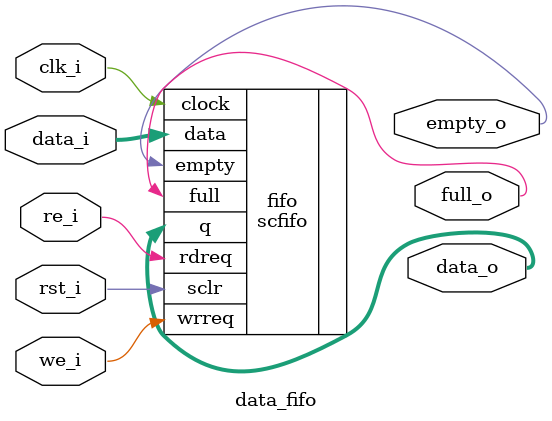
<source format=v>
module data_fifo #(
  parameter N   =1024
)(
  input         clk_i           ,
  input         rst_i           ,
  input  [32:0] data_i          ,
  output [32:0] data_o          ,
  input         re_i            ,
  input         we_i            ,
  output        empty_o         ,
  output        full_o
);
scfifo #(
  .lpm_numwords           (N             ),
  .add_ram_output_register("OFF"         ),
  .intended_device_family ("Cyclone IV E"),
  .lpm_showahead          ("OFF"         ),
  .lpm_type               ("scfifo"      ),
  .lpm_width              (33            ),
  .overflow_checking      ("OFF"         ),
  .underflow_checking     ("OFF"         ),
  .use_eab                ("ON"          )
)fifo(
  .clock       (clk_i           ),
  .sclr        (rst_i           ),
  .data        (data_i          ),
  .q           (data_o          ),
  .wrreq       (we_i            ),
  .rdreq       (re_i            ),
  .empty       (empty_o         ),
  .full        (full_o          )
);

endmodule


</source>
